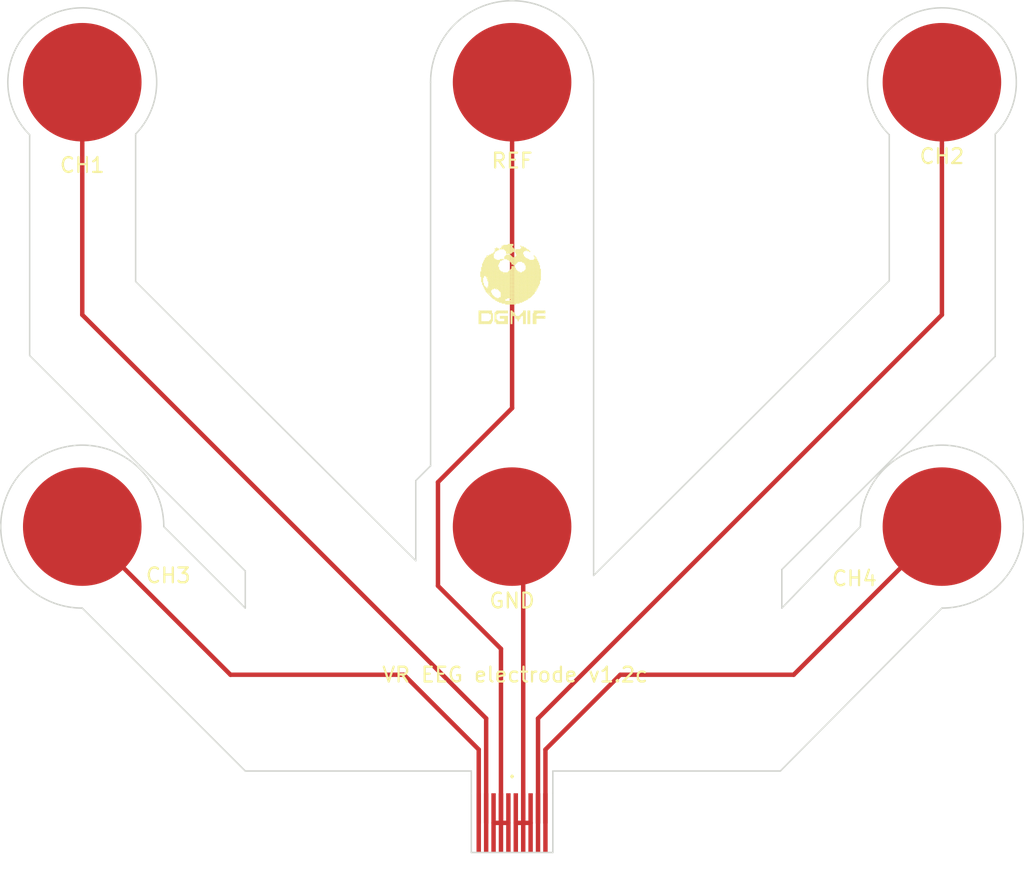
<source format=kicad_pcb>
(kicad_pcb (version 20171130) (host pcbnew "(5.1.10)-1")
  (title_block (title "VR EEG electrode PAD / JGSHIN") (rev 1.2) (company DGMIF))
  (layers (0 F.Cu signal) (31 B.Cu signal) (34 B.Paste user) (35 F.Paste user) (36 B.SilkS user) (37 F.SilkS user) (38 B.Mask user) (39 F.Mask user) (44 Edge.Cuts user))
  (net 0 "")
  (net 1 /Reference)
  (net 2 /Ground)
  (net 3 /CH1)
  (net 4 /CH2)
  (net 5 /CH3)
  (net 6 /CH4)
  (module jgshin_KiCad_lib:DGMIF-CI_5mm (layer F.Cu) (at 93.8 46.2)
    (fp_text reference " " hide)
    (fp_text value "" (at 0 0) (layer F.SilkS) (effects (font (size 1.27 1.27))))
  )
  (module "jgshin_KiCad_lib:FFC cable 0.5 x 10" (layer F.Cu) (at 96.3 85.7)
    (fp_text reference . (at 0 -3.539999) (layer F.SilkS))
    (fp_text value FFC0.5x10)
    (pad 10 smd rect (at 2.25 0) (size 0.3 4) (layers F.Cu F.Paste F.Mask) (net 6 /CH4))
    (pad 9 smd rect (at 1.75 0) (size 0.3 4) (layers F.Cu F.Paste F.Mask) (net 4 /CH2))
    (pad 8 smd rect (at 1.25 0) (size 0.3 4) (layers F.Cu F.Paste F.Mask) (net 2 /Ground))
    (pad 7 smd rect (at 0.75 0) (size 0.3 4) (layers F.Cu F.Paste F.Mask) (net 2 /Ground))
    (pad 6 smd rect (at 0.25 0) (size 0.3 4) (layers F.Cu F.Paste F.Mask) (net 2 /Ground))
    (pad 5 smd rect (at -0.25 0) (size 0.3 4) (layers F.Cu F.Paste F.Mask) (net 1 /Reference))
    (pad 4 smd rect (at -0.75 0) (size 0.3 4) (layers F.Cu F.Paste F.Mask) (net 1 /Reference))
    (pad 3 smd rect (at -1.25 0) (size 0.3 4) (layers F.Cu F.Paste F.Mask) (net 1 /Reference))
    (pad 2 smd rect (at -1.75 0) (size 0.3 4) (layers F.Cu F.Paste F.Mask) (net 3 /CH1))
    (pad 1 smd rect (at -2.25 0) (size 0.3 4) (layers F.Cu F.Paste F.Mask) (net 5 /CH3))
  )
  (module jgshin_KiCad_lib:electrode_PAD (layer F.Cu) (at 125.3 65.7)
    (fp_text reference CH4 (at -5.9 3.5) (layer F.SilkS))
    (fp_text value electrode_PAD)
    (pad 1 smd circle (at 0 0) (size 8 8) (layers F.Cu F.Paste F.Mask) (net 6 /CH4))
  )
  (module jgshin_KiCad_lib:electrode_PAD (layer F.Cu) (at 67.3 65.7)
    (fp_text reference CH3 (at 5.8 3.3) (layer F.SilkS))
    (fp_text value electrode_PAD)
    (pad 1 smd circle (at 0 0) (size 8 8) (layers F.Cu F.Paste F.Mask) (net 5 /CH3))
  )
  (module jgshin_KiCad_lib:electrode_PAD (layer F.Cu) (at 125.3 35.7)
    (fp_text reference CH2 (at 0 5) (layer F.SilkS))
    (fp_text value electrode_PAD)
    (pad 1 smd circle (at 0 0) (size 8 8) (layers F.Cu F.Paste F.Mask) (net 4 /CH2))
  )
  (module jgshin_KiCad_lib:electrode_PAD (layer F.Cu) (at 67.3 35.7)
    (fp_text reference CH1 (at 0 5.6) (layer F.SilkS))
    (fp_text value electrode_PAD)
    (pad 1 smd circle (at 0 0) (size 8 8) (layers F.Cu F.Paste F.Mask) (net 3 /CH1))
  )
  (module jgshin_KiCad_lib:electrode_PAD (layer F.Cu) (at 96.3 65.7)
    (fp_text reference GND (at 0 5) (layer F.SilkS))
    (fp_text value electrode_PAD)
    (pad 1 smd circle (at 0 0) (size 8 8) (layers F.Cu F.Paste F.Mask) (net 2 /Ground))
  )
  (module jgshin_KiCad_lib:electrode_PAD (layer F.Cu) (at 96.3 35.7)
    (fp_text reference REF (at 0 5.3) (layer F.SilkS))
    (fp_text value electrode_PAD)
    (pad 1 smd circle (at 0 0) (size 8 8) (layers F.Cu F.Paste F.Mask) (net 1 /Reference))
  )
  (gr_line (start 114.5 68.6) (end 121.9 61.2) (layer Edge.Cuts) (width 0.1))
  (gr_line (start 121.9 61.2) (end 128.9 54.2) (layer Edge.Cuts) (width 0.1))
  (gr_line (start 125.3 71.2) (end 114.4 82.2) (layer Edge.Cuts) (width 0.1))
  (gr_line (start 114.4 82.2) (end 99.05 82.2) (layer Edge.Cuts) (width 0.1))
  (gr_line (start 78.3 82.2) (end 93.55 82.2) (layer Edge.Cuts) (width 0.1))
  (gr_line (start 67.3 71.2) (end 78.3 82.2) (layer Edge.Cuts) (width 0.1))
  (gr_line (start 71.1 61.5) (end 78.3 68.7) (layer Edge.Cuts) (width 0.1))
  (gr_line (start 71.1 61.5) (end 67.3 57.7) (layer Edge.Cuts) (width 0.1))
  (gr_line (start 67.3 57.7) (end 63.75 54.15) (layer Edge.Cuts) (width 0.1))
  (gr_line (start 78.3 68.7) (end 78.3 71.2) (layer Edge.Cuts) (width 0.1))
  (gr_line (start 72.8 65.7) (end 78.3 71.2) (layer Edge.Cuts) (width 0.1))
  (gr_line (start 114.5 68.6) (end 114.5 71.2) (layer Edge.Cuts) (width 0.1))
  (gr_text "VR EEG electrode v1.2c\n" (at 96.5 75.7) (layer F.SilkS) (effects (font (size 1 1))))
  (gr_line (start 89.8 68) (end 89.8 62.6) (layer Edge.Cuts) (width 0.1))
  (gr_line (start 78.3 56.550001) (end 89.8 68) (layer Edge.Cuts) (width 0.1))
  (gr_line (start 90.8 61.6) (end 89.8 62.6) (layer Edge.Cuts) (width 0.1))
  (gr_line (start 90.8 35.7) (end 90.8 61.6) (layer Edge.Cuts) (width 0.1))
  (gr_line (start 121.75 49.1) (end 121.749649 39.250351) (layer Edge.Cuts) (width 0.1))
  (gr_line (start 101.8 69) (end 121.75 49.1) (layer Edge.Cuts) (width 0.1))
  (gr_line (start 101.8 35.7) (end 101.8 69) (layer Edge.Cuts) (width 0.1))
  (gr_arc (start 96.3 35.7) (end 101.8 35.7) (angle -180) (layer Edge.Cuts) (width 0.1))
  (gr_line (start 128.9 54.2) (end 128.9 39.199999) (layer Edge.Cuts) (width 0.1))
  (gr_line (start 70.899999 49.15) (end 78.3 56.550001) (layer Edge.Cuts) (width 0.1))
  (gr_line (start 70.899999 39.199999) (end 70.899999 49.15) (layer Edge.Cuts) (width 0.1))
  (gr_line (start 63.75 54.15) (end 63.749649 39.250351) (layer Edge.Cuts) (width 0.1))
  (gr_arc (start 125.3 35.7) (end 128.899999 39.199999) (angle -269.1930705) (layer Edge.Cuts) (width 0.1))
  (gr_arc (start 67.3 35.7) (end 70.899999 39.199999) (angle -269.1930705) (layer Edge.Cuts) (width 0.1))
  (gr_line (start 119.8 65.7) (end 114.5 71.2) (layer Edge.Cuts) (width 0.1))
  (gr_arc (start 125.3 65.7) (end 125.3 71.2) (angle -270) (layer Edge.Cuts) (width 0.1))
  (gr_arc (start 67.3 65.7) (end 72.8 65.7) (angle -270) (layer Edge.Cuts) (width 0.1))
  (gr_line (start 93.55 83.7) (end 93.55 82.2) (layer Edge.Cuts) (width 0.1))
  (gr_line (start 99.05 83.7) (end 99.05 82.2) (layer Edge.Cuts) (width 0.1))
  (gr_line (start 99.05 87.7) (end 99.05 83.7) (layer Edge.Cuts) (width 0.1))
  (gr_line (start 93.55 87.7) (end 99.05 87.7) (layer Edge.Cuts) (width 0.1))
  (gr_line (start 93.55 83.7) (end 93.55 87.7) (layer Edge.Cuts) (width 0.1))
  (segment (start 95.55 85.7) (end 96.05 85.7) (width 0.3) (layer F.Cu) (net 1))
  (segment (start 95.55 85.7) (end 95.05 85.7) (width 0.3) (layer F.Cu) (net 1))
  (segment (start 95.55 85.7) (end 95.55 73.95) (width 0.3) (layer F.Cu) (net 1))
  (segment (start 91.3 69.7) (end 91.3 62.7) (width 0.3) (layer F.Cu) (net 1))
  (segment (start 96.3 57.7) (end 96.3 35.7) (width 0.3) (layer F.Cu) (net 1))
  (segment (start 91.3 62.7) (end 96.3 57.7) (width 0.3) (layer F.Cu) (net 1))
  (segment (start 95.55 73.95) (end 91.3 69.7) (width 0.3) (layer F.Cu) (net 1))
  (segment (start 97.05 66.45) (end 96.3 65.7) (width 0.3) (layer F.Cu) (net 2))
  (segment (start 97.05 85.7) (end 97.05 66.45) (width 0.3) (layer F.Cu) (net 2))
  (segment (start 97.05 85.7) (end 97.55 85.7) (width 0.3) (layer F.Cu) (net 2))
  (segment (start 97.05 85.7) (end 96.55 85.7) (width 0.3) (layer F.Cu) (net 2))
  (segment (start 94.55 85.7) (end 94.55 78.65) (width 0.3) (layer F.Cu) (net 3))
  (segment (start 67.3 51.4) (end 67.3 35.7) (width 0.3) (layer F.Cu) (net 3))
  (segment (start 94.55 78.65) (end 67.3 51.4) (width 0.3) (layer F.Cu) (net 3))
  (segment (start 98.05 85.7) (end 98.05 78.65) (width 0.3) (layer F.Cu) (net 4))
  (segment (start 98.05 78.65) (end 125.3 51.4) (width 0.3) (layer F.Cu) (net 4))
  (segment (start 125.3 51.4) (end 125.3 35.7) (width 0.3) (layer F.Cu) (net 4))
  (segment (start 94.05 85.7) (end 94.05 80.75) (width 0.3) (layer F.Cu) (net 5))
  (segment (start 94.05 80.75) (end 89 75.7) (width 0.3) (layer F.Cu) (net 5))
  (segment (start 77.3 75.7) (end 67.3 65.7) (width 0.3) (layer F.Cu) (net 5))
  (segment (start 89 75.7) (end 77.3 75.7) (width 0.3) (layer F.Cu) (net 5))
  (segment (start 98.55 85.7) (end 98.55 80.75) (width 0.3) (layer F.Cu) (net 6))
  (segment (start 98.55 80.75) (end 103.6 75.7) (width 0.3) (layer F.Cu) (net 6))
  (segment (start 115.3 75.7) (end 125.3 65.7) (width 0.3) (layer F.Cu) (net 6))
  (segment (start 103.6 75.7) (end 115.3 75.7) (width 0.3) (layer F.Cu) (net 6))
)
</source>
